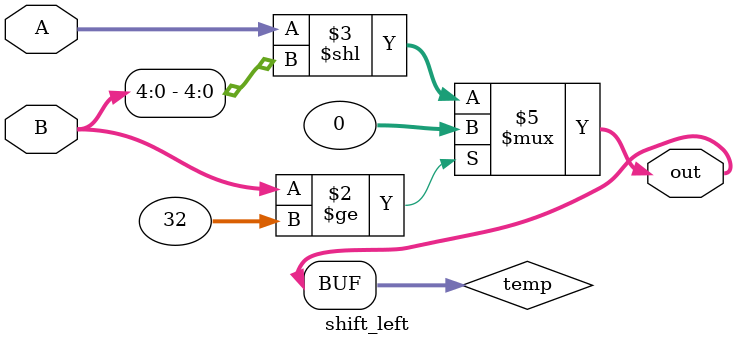
<source format=v>
module shift_left(
    input [31:0] A,    
    input [31:0] B,    
    output [31:0] out  
);
    reg [31:0] temp;
    always @(*) begin
        if (B >= 32)
            temp = 32'h0;  
        else
            temp = A << B[4:0];  
    end
    assign out = temp;
endmodule

</source>
